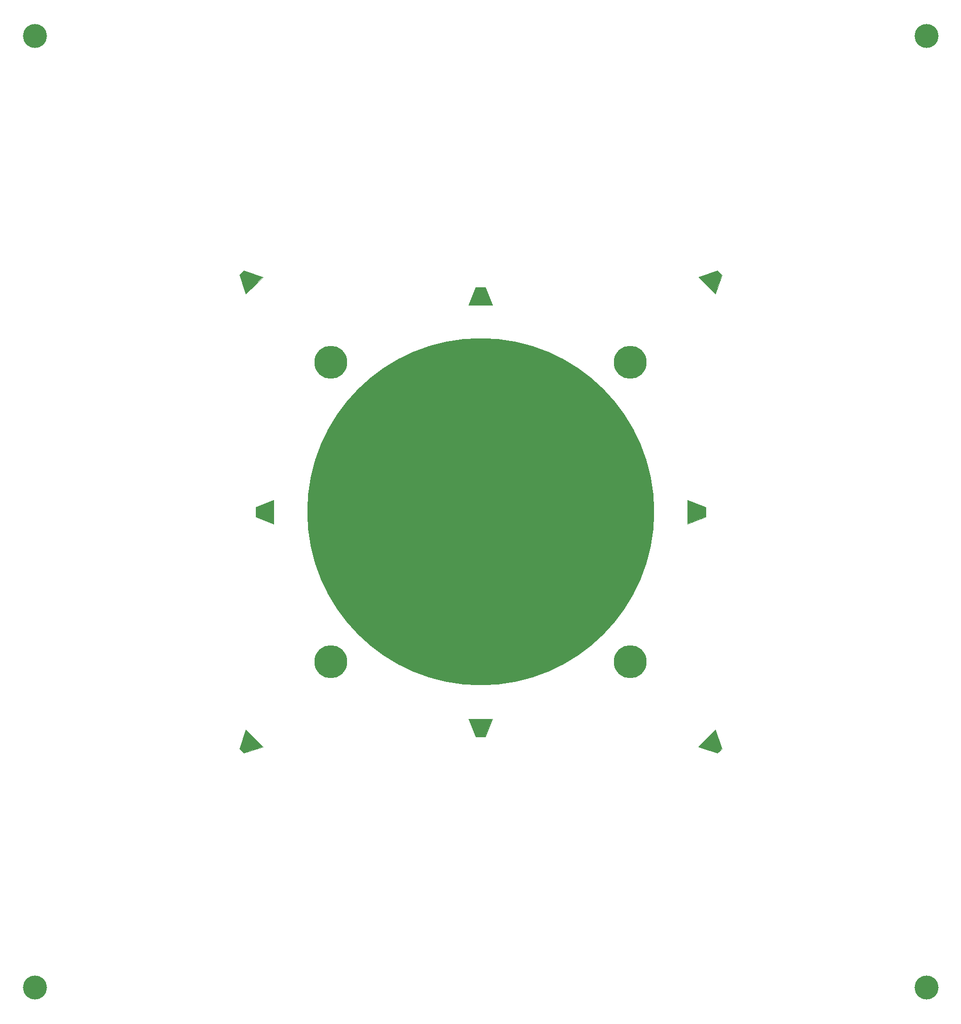
<source format=gbr>
%TF.GenerationSoftware,KiCad,Pcbnew,5.99.0-unknown-6296b4e~102~ubuntu18.04.1*%
%TF.CreationDate,2020-07-17T11:30:15-05:00*%
%TF.ProjectId,FlatAnt4x4,466c6174-416e-4743-9478-342e6b696361,rev?*%
%TF.SameCoordinates,Original*%
%TF.FileFunction,Soldermask,Top*%
%TF.FilePolarity,Negative*%
%FSLAX46Y46*%
G04 Gerber Fmt 4.6, Leading zero omitted, Abs format (unit mm)*
G04 Created by KiCad (PCBNEW 5.99.0-unknown-6296b4e~102~ubuntu18.04.1) date 2020-07-17 11:30:15*
%MOMM*%
%LPD*%
G01*
G04 APERTURE LIST*
%ADD10C,0.000100*%
%ADD11C,4.000000*%
%ADD12C,1.524000*%
%ADD13C,5.500000*%
%ADD14C,58.000000*%
G04 APERTURE END LIST*
%TO.C,REF\u002A\u002A*%
G36*
X47591705Y-123236723D02*
G01*
X44409724Y-124297383D01*
X43702617Y-123590276D01*
X44763277Y-120408295D01*
X47591705Y-123236723D01*
G37*
D10*
X47591705Y-123236723D02*
X44409724Y-124297383D01*
X43702617Y-123590276D01*
X44763277Y-120408295D01*
X47591705Y-123236723D01*
G36*
X47591705Y-44763277D02*
G01*
X44763277Y-47591705D01*
X43702617Y-44409724D01*
X44409724Y-43702617D01*
X47591705Y-44763277D01*
G37*
X47591705Y-44763277D02*
X44763277Y-47591705D01*
X43702617Y-44409724D01*
X44409724Y-43702617D01*
X47591705Y-44763277D01*
G36*
X124297383Y-44409724D02*
G01*
X123236723Y-47591705D01*
X120408295Y-44763277D01*
X123590276Y-43702617D01*
X124297383Y-44409724D01*
G37*
X124297383Y-44409724D02*
X123236723Y-47591705D01*
X120408295Y-44763277D01*
X123590276Y-43702617D01*
X124297383Y-44409724D01*
G36*
X121600000Y-83200000D02*
G01*
X121600000Y-84800000D01*
X118600000Y-86000000D01*
X118600000Y-82000000D01*
X121600000Y-83200000D01*
G37*
X121600000Y-83200000D02*
X121600000Y-84800000D01*
X118600000Y-86000000D01*
X118600000Y-82000000D01*
X121600000Y-83200000D01*
G36*
X86000000Y-49450000D02*
G01*
X82000000Y-49450000D01*
X83200000Y-46450000D01*
X84800000Y-46450000D01*
X86000000Y-49450000D01*
G37*
X86000000Y-49450000D02*
X82000000Y-49450000D01*
X83200000Y-46450000D01*
X84800000Y-46450000D01*
X86000000Y-49450000D01*
G36*
X124297383Y-123590276D02*
G01*
X123590276Y-124297383D01*
X120408295Y-123236723D01*
X123236723Y-120408295D01*
X124297383Y-123590276D01*
G37*
X124297383Y-123590276D02*
X123590276Y-124297383D01*
X120408295Y-123236723D01*
X123236723Y-120408295D01*
X124297383Y-123590276D01*
G36*
X49400000Y-86000000D02*
G01*
X46400000Y-84800000D01*
X46400000Y-83200000D01*
X49400000Y-82000000D01*
X49400000Y-86000000D01*
G37*
X49400000Y-86000000D02*
X46400000Y-84800000D01*
X46400000Y-83200000D01*
X49400000Y-82000000D01*
X49400000Y-86000000D01*
G36*
X84800000Y-121600000D02*
G01*
X83200000Y-121600000D01*
X82000000Y-118600000D01*
X86000000Y-118600000D01*
X84800000Y-121600000D01*
G37*
X84800000Y-121600000D02*
X83200000Y-121600000D01*
X82000000Y-118600000D01*
X86000000Y-118600000D01*
X84800000Y-121600000D01*
%TD*%
D11*
%TO.C,REF\u002A\u002A*%
X158500000Y-4500000D03*
%TD*%
D12*
%TO.C,REF\u002A\u002A*%
X45435029Y-122564971D03*
%TD*%
%TO.C,REF\u002A\u002A*%
X45435029Y-45435029D03*
%TD*%
%TO.C,REF\u002A\u002A*%
X122564971Y-45435029D03*
%TD*%
%TO.C,REF\u002A\u002A*%
X119650000Y-84000000D03*
%TD*%
%TO.C,REF\u002A\u002A*%
X84000000Y-48400000D03*
%TD*%
%TO.C,REF\u002A\u002A*%
X122564971Y-122564971D03*
%TD*%
%TO.C,REF\u002A\u002A*%
X48350000Y-84000000D03*
%TD*%
D11*
%TO.C,REF\u002A\u002A*%
X158500000Y-163500000D03*
%TD*%
%TO.C,eREF\u002A\u002A*%
X9500000Y-163500000D03*
%TD*%
%TO.C,REF\u002A\u002A*%
X9500000Y-4500000D03*
%TD*%
D13*
%TO.C,REF\u002A\u002A*%
X59000000Y-109000000D03*
X109000000Y-109000000D03*
X109000000Y-59000000D03*
X59000000Y-59000000D03*
D14*
X84000000Y-84000000D03*
%TD*%
D12*
%TO.C,REF\u002A\u002A*%
X84000000Y-119650000D03*
%TD*%
M02*

</source>
